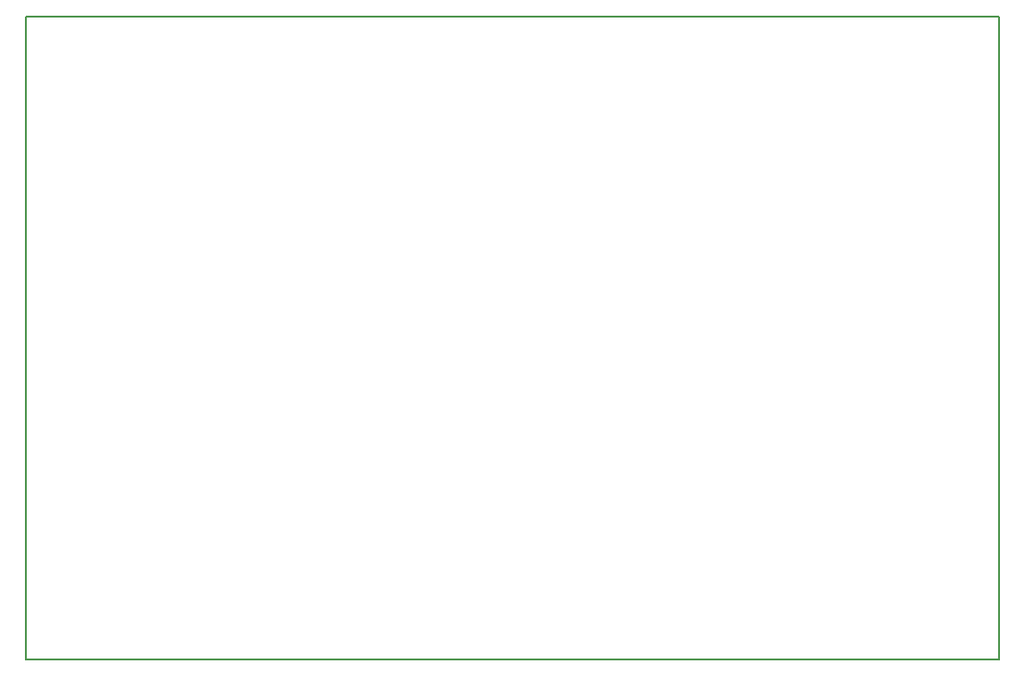
<source format=gbr>
%TF.GenerationSoftware,KiCad,Pcbnew,8.0.5*%
%TF.CreationDate,2024-10-29T23:36:48+01:00*%
%TF.ProjectId,8In-8Out-LAN9252-only,38496e2d-384f-4757-942d-4c414e393235,rev?*%
%TF.SameCoordinates,Original*%
%TF.FileFunction,Profile,NP*%
%FSLAX46Y46*%
G04 Gerber Fmt 4.6, Leading zero omitted, Abs format (unit mm)*
G04 Created by KiCad (PCBNEW 8.0.5) date 2024-10-29 23:36:48*
%MOMM*%
%LPD*%
G01*
G04 APERTURE LIST*
%TA.AperFunction,Profile*%
%ADD10C,0.200000*%
%TD*%
G04 APERTURE END LIST*
D10*
X142494000Y-62484000D02*
X231648000Y-62484000D01*
X231648000Y-121412000D01*
X142494000Y-121412000D01*
X142494000Y-62484000D01*
M02*

</source>
